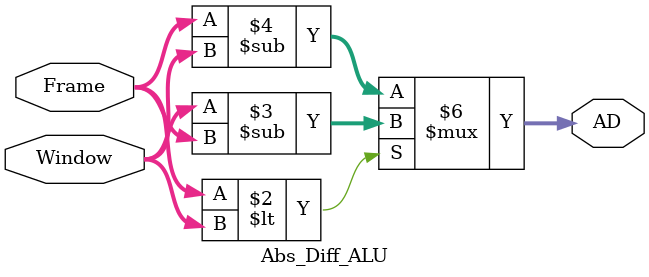
<source format=v>
`timescale 1ns / 1ps


module Abs_Diff_ALU(Frame, Window, AD);
    input [31:0] Frame, Window;
    output reg [31:0] AD;
    
    always @(*)    
    begin
        if(Frame < Window) begin
            AD <= Window - Frame;
        end
        else begin
            AD <= Frame - Window;
        end
    end

endmodule

</source>
